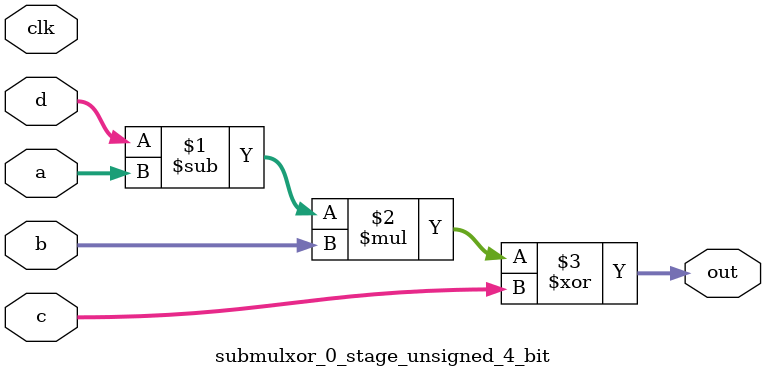
<source format=sv>
(* use_dsp = "yes" *) module submulxor_0_stage_unsigned_4_bit(
	input  [3:0] a,
	input  [3:0] b,
	input  [3:0] c,
	input  [3:0] d,
	output [3:0] out,
	input clk);

	assign out = ((d - a) * b) ^ c;
endmodule

</source>
